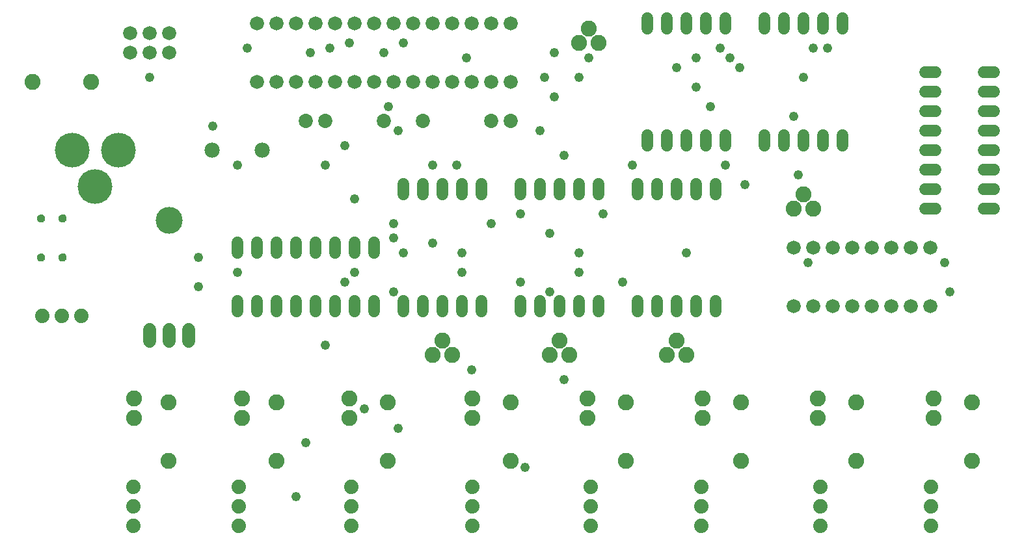
<source format=gts>
G75*
%MOIN*%
%OFA0B0*%
%FSLAX25Y25*%
%IPPOS*%
%LPD*%
%AMOC8*
5,1,8,0,0,1.08239X$1,22.5*
%
%ADD10C,0.06000*%
%ADD11C,0.17800*%
%ADD12C,0.08200*%
%ADD13C,0.06800*%
%ADD14C,0.13800*%
%ADD15C,0.07200*%
%ADD16C,0.00500*%
%ADD17C,0.07300*%
%ADD18C,0.07400*%
%ADD19C,0.07800*%
%ADD20C,0.04800*%
D10*
X0123791Y0129150D02*
X0123791Y0134350D01*
X0133791Y0134350D02*
X0133791Y0129150D01*
X0143791Y0129150D02*
X0143791Y0134350D01*
X0153791Y0134350D02*
X0153791Y0129150D01*
X0163791Y0129150D02*
X0163791Y0134350D01*
X0173791Y0134350D02*
X0173791Y0129150D01*
X0183791Y0129150D02*
X0183791Y0134350D01*
X0193791Y0134350D02*
X0193791Y0129150D01*
X0208791Y0129150D02*
X0208791Y0134350D01*
X0218791Y0134350D02*
X0218791Y0129150D01*
X0228791Y0129150D02*
X0228791Y0134350D01*
X0238791Y0134350D02*
X0238791Y0129150D01*
X0248791Y0129150D02*
X0248791Y0134350D01*
X0268791Y0134350D02*
X0268791Y0129150D01*
X0278791Y0129150D02*
X0278791Y0134350D01*
X0288791Y0134350D02*
X0288791Y0129150D01*
X0298791Y0129150D02*
X0298791Y0134350D01*
X0308791Y0134350D02*
X0308791Y0129150D01*
X0328791Y0129150D02*
X0328791Y0134350D01*
X0338791Y0134350D02*
X0338791Y0129150D01*
X0348791Y0129150D02*
X0348791Y0134350D01*
X0358791Y0134350D02*
X0358791Y0129150D01*
X0368791Y0129150D02*
X0368791Y0134350D01*
X0368791Y0189150D02*
X0368791Y0194350D01*
X0358791Y0194350D02*
X0358791Y0189150D01*
X0348791Y0189150D02*
X0348791Y0194350D01*
X0338791Y0194350D02*
X0338791Y0189150D01*
X0328791Y0189150D02*
X0328791Y0194350D01*
X0308791Y0194350D02*
X0308791Y0189150D01*
X0298791Y0189150D02*
X0298791Y0194350D01*
X0288791Y0194350D02*
X0288791Y0189150D01*
X0278791Y0189150D02*
X0278791Y0194350D01*
X0268791Y0194350D02*
X0268791Y0189150D01*
X0248791Y0189150D02*
X0248791Y0194350D01*
X0238791Y0194350D02*
X0238791Y0189150D01*
X0228791Y0189150D02*
X0228791Y0194350D01*
X0218791Y0194350D02*
X0218791Y0189150D01*
X0208791Y0189150D02*
X0208791Y0194350D01*
X0193791Y0164350D02*
X0193791Y0159150D01*
X0183791Y0159150D02*
X0183791Y0164350D01*
X0173791Y0164350D02*
X0173791Y0159150D01*
X0163791Y0159150D02*
X0163791Y0164350D01*
X0153791Y0164350D02*
X0153791Y0159150D01*
X0143791Y0159150D02*
X0143791Y0164350D01*
X0133791Y0164350D02*
X0133791Y0159150D01*
X0123791Y0159150D02*
X0123791Y0164350D01*
X0333791Y0214150D02*
X0333791Y0219350D01*
X0343791Y0219350D02*
X0343791Y0214150D01*
X0353791Y0214150D02*
X0353791Y0219350D01*
X0363791Y0219350D02*
X0363791Y0214150D01*
X0373791Y0214150D02*
X0373791Y0219350D01*
X0393791Y0219350D02*
X0393791Y0214150D01*
X0403791Y0214150D02*
X0403791Y0219350D01*
X0413791Y0219350D02*
X0413791Y0214150D01*
X0423791Y0214150D02*
X0423791Y0219350D01*
X0433791Y0219350D02*
X0433791Y0214150D01*
X0476191Y0211750D02*
X0481391Y0211750D01*
X0481391Y0221750D02*
X0476191Y0221750D01*
X0476191Y0231750D02*
X0481391Y0231750D01*
X0481391Y0241750D02*
X0476191Y0241750D01*
X0476191Y0251750D02*
X0481391Y0251750D01*
X0506191Y0251750D02*
X0511391Y0251750D01*
X0511391Y0241750D02*
X0506191Y0241750D01*
X0506191Y0231750D02*
X0511391Y0231750D01*
X0511391Y0221750D02*
X0506191Y0221750D01*
X0506191Y0211750D02*
X0511391Y0211750D01*
X0511391Y0201750D02*
X0506191Y0201750D01*
X0506191Y0191750D02*
X0511391Y0191750D01*
X0511391Y0181750D02*
X0506191Y0181750D01*
X0481391Y0181750D02*
X0476191Y0181750D01*
X0476191Y0191750D02*
X0481391Y0191750D01*
X0481391Y0201750D02*
X0476191Y0201750D01*
X0433791Y0274150D02*
X0433791Y0279350D01*
X0423791Y0279350D02*
X0423791Y0274150D01*
X0413791Y0274150D02*
X0413791Y0279350D01*
X0403791Y0279350D02*
X0403791Y0274150D01*
X0393791Y0274150D02*
X0393791Y0279350D01*
X0373791Y0279350D02*
X0373791Y0274150D01*
X0363791Y0274150D02*
X0363791Y0279350D01*
X0353791Y0279350D02*
X0353791Y0274150D01*
X0343791Y0274150D02*
X0343791Y0279350D01*
X0333791Y0279350D02*
X0333791Y0274150D01*
D11*
X0062728Y0211750D03*
X0039106Y0211750D03*
X0050917Y0193246D03*
D12*
X0048791Y0246750D03*
X0018791Y0246750D03*
X0228791Y0114250D03*
X0223791Y0106750D03*
X0233791Y0106750D03*
X0244145Y0084427D03*
X0244145Y0074427D03*
X0263830Y0082616D03*
X0303201Y0084427D03*
X0303201Y0074427D03*
X0322886Y0082616D03*
X0343791Y0106750D03*
X0353791Y0106750D03*
X0348791Y0114250D03*
X0362256Y0084427D03*
X0362256Y0074427D03*
X0381941Y0082616D03*
X0421311Y0084427D03*
X0421311Y0074427D03*
X0440996Y0082616D03*
X0480366Y0084427D03*
X0480366Y0074427D03*
X0500051Y0082616D03*
X0500051Y0052616D03*
X0440996Y0052616D03*
X0381941Y0052616D03*
X0322886Y0052616D03*
X0263830Y0052616D03*
X0200838Y0052616D03*
X0181153Y0074427D03*
X0181153Y0084427D03*
X0200838Y0082616D03*
X0143983Y0082616D03*
X0126035Y0084427D03*
X0126035Y0074427D03*
X0143983Y0052616D03*
X0088365Y0052616D03*
X0070917Y0074427D03*
X0088365Y0082616D03*
X0070917Y0084427D03*
X0283791Y0106750D03*
X0293791Y0106750D03*
X0288791Y0114250D03*
X0408791Y0181750D03*
X0418791Y0181750D03*
X0413791Y0189250D03*
X0308791Y0266750D03*
X0303791Y0274250D03*
X0298791Y0266750D03*
D13*
X0098791Y0119750D02*
X0098791Y0113750D01*
X0088791Y0113750D02*
X0088791Y0119750D01*
X0078791Y0119750D02*
X0078791Y0113750D01*
D14*
X0088791Y0175750D03*
D15*
X0133791Y0246750D03*
X0143791Y0246750D03*
X0153791Y0246750D03*
X0163791Y0246750D03*
X0173791Y0246750D03*
X0183791Y0246750D03*
X0193791Y0246750D03*
X0203791Y0246750D03*
X0213791Y0246750D03*
X0223791Y0246750D03*
X0233791Y0246750D03*
X0243791Y0246750D03*
X0253791Y0246750D03*
X0263791Y0246750D03*
X0263791Y0276750D03*
X0253791Y0276750D03*
X0243791Y0276750D03*
X0233791Y0276750D03*
X0223791Y0276750D03*
X0213791Y0276750D03*
X0203791Y0276750D03*
X0193791Y0276750D03*
X0183791Y0276750D03*
X0173791Y0276750D03*
X0163791Y0276750D03*
X0153791Y0276750D03*
X0143791Y0276750D03*
X0133791Y0276750D03*
X0088791Y0271750D03*
X0078791Y0271750D03*
X0068791Y0271750D03*
X0068791Y0261750D03*
X0078791Y0261750D03*
X0088791Y0261750D03*
X0408791Y0161750D03*
X0418791Y0161750D03*
X0428791Y0161750D03*
X0438791Y0161750D03*
X0448791Y0161750D03*
X0458791Y0161750D03*
X0468791Y0161750D03*
X0478791Y0161750D03*
X0478791Y0131750D03*
X0468791Y0131750D03*
X0458791Y0131750D03*
X0448791Y0131750D03*
X0438791Y0131750D03*
X0428791Y0131750D03*
X0418791Y0131750D03*
X0408791Y0131750D03*
D16*
X0036021Y0156730D02*
X0035974Y0156346D01*
X0035844Y0155983D01*
X0035636Y0155658D01*
X0035360Y0155387D01*
X0035031Y0155184D01*
X0034665Y0155060D01*
X0034281Y0155020D01*
X0033900Y0155054D01*
X0033535Y0155172D01*
X0033206Y0155368D01*
X0032929Y0155632D01*
X0032718Y0155952D01*
X0032583Y0156310D01*
X0032531Y0156690D01*
X0032566Y0157090D01*
X0032690Y0157473D01*
X0032895Y0157819D01*
X0033172Y0158110D01*
X0033507Y0158332D01*
X0033883Y0158475D01*
X0034281Y0158530D01*
X0034674Y0158478D01*
X0035046Y0158341D01*
X0035378Y0158125D01*
X0035654Y0157840D01*
X0035859Y0157501D01*
X0035983Y0157124D01*
X0036021Y0156730D01*
X0036017Y0156772D02*
X0032538Y0156772D01*
X0032597Y0156274D02*
X0035948Y0156274D01*
X0035711Y0155775D02*
X0032835Y0155775D01*
X0033359Y0155277D02*
X0035181Y0155277D01*
X0035935Y0157271D02*
X0032624Y0157271D01*
X0032865Y0157769D02*
X0035696Y0157769D01*
X0035159Y0158268D02*
X0033410Y0158268D01*
X0024963Y0157124D02*
X0025001Y0156730D01*
X0024954Y0156346D01*
X0024824Y0155983D01*
X0024615Y0155658D01*
X0024340Y0155387D01*
X0024011Y0155184D01*
X0023645Y0155060D01*
X0023261Y0155020D01*
X0022880Y0155054D01*
X0022515Y0155172D01*
X0022186Y0155368D01*
X0021909Y0155632D01*
X0021698Y0155952D01*
X0021563Y0156310D01*
X0021511Y0156690D01*
X0021546Y0157090D01*
X0021669Y0157473D01*
X0021875Y0157819D01*
X0022152Y0158110D01*
X0022487Y0158332D01*
X0022863Y0158475D01*
X0023261Y0158530D01*
X0023654Y0158478D01*
X0024026Y0158341D01*
X0024358Y0158125D01*
X0024633Y0157840D01*
X0024839Y0157501D01*
X0024963Y0157124D01*
X0024915Y0157271D02*
X0021604Y0157271D01*
X0021518Y0156772D02*
X0024997Y0156772D01*
X0024928Y0156274D02*
X0021577Y0156274D01*
X0021815Y0155775D02*
X0024691Y0155775D01*
X0024161Y0155277D02*
X0022339Y0155277D01*
X0021845Y0157769D02*
X0024676Y0157769D01*
X0024139Y0158268D02*
X0022389Y0158268D01*
X0023261Y0175020D02*
X0023645Y0175060D01*
X0024011Y0175184D01*
X0024340Y0175387D01*
X0024615Y0175658D01*
X0024824Y0175983D01*
X0024954Y0176346D01*
X0025001Y0176730D01*
X0024963Y0177124D01*
X0024839Y0177501D01*
X0024633Y0177840D01*
X0024358Y0178125D01*
X0024026Y0178341D01*
X0023654Y0178478D01*
X0023261Y0178530D01*
X0022863Y0178475D01*
X0022487Y0178332D01*
X0022152Y0178110D01*
X0021875Y0177819D01*
X0021669Y0177473D01*
X0021546Y0177090D01*
X0021511Y0176690D01*
X0021563Y0176310D01*
X0021698Y0175952D01*
X0021909Y0175632D01*
X0022186Y0175368D01*
X0022515Y0175172D01*
X0022880Y0175054D01*
X0023261Y0175020D01*
X0024065Y0175217D02*
X0022439Y0175217D01*
X0021854Y0175716D02*
X0024653Y0175716D01*
X0024907Y0176214D02*
X0021599Y0176214D01*
X0021513Y0176713D02*
X0024999Y0176713D01*
X0024935Y0177211D02*
X0021585Y0177211D01*
X0021810Y0177710D02*
X0024712Y0177710D01*
X0024230Y0178208D02*
X0022300Y0178208D01*
X0032566Y0177090D02*
X0032531Y0176690D01*
X0032583Y0176310D01*
X0032718Y0175952D01*
X0032929Y0175632D01*
X0033206Y0175368D01*
X0033535Y0175172D01*
X0033900Y0175054D01*
X0034281Y0175020D01*
X0034665Y0175060D01*
X0035031Y0175184D01*
X0035360Y0175387D01*
X0035636Y0175658D01*
X0035844Y0175983D01*
X0035974Y0176346D01*
X0036021Y0176730D01*
X0035983Y0177124D01*
X0035859Y0177501D01*
X0035654Y0177840D01*
X0035378Y0178125D01*
X0035046Y0178341D01*
X0034674Y0178478D01*
X0034281Y0178530D01*
X0033883Y0178475D01*
X0033507Y0178332D01*
X0033172Y0178110D01*
X0032895Y0177819D01*
X0032690Y0177473D01*
X0032566Y0177090D01*
X0032605Y0177211D02*
X0035955Y0177211D01*
X0036019Y0176713D02*
X0032533Y0176713D01*
X0032619Y0176214D02*
X0035927Y0176214D01*
X0035673Y0175716D02*
X0032874Y0175716D01*
X0033459Y0175217D02*
X0035085Y0175217D01*
X0035732Y0177710D02*
X0032830Y0177710D01*
X0033320Y0178208D02*
X0035250Y0178208D01*
D17*
X0158791Y0226750D03*
X0168791Y0226750D03*
X0198791Y0226750D03*
X0218791Y0226750D03*
X0253791Y0226750D03*
X0263791Y0226750D03*
D18*
X0070484Y0019191D03*
X0070484Y0029191D03*
X0070484Y0039191D03*
X0124421Y0039191D03*
X0124421Y0029191D03*
X0124421Y0019191D03*
X0182295Y0019191D03*
X0182295Y0029191D03*
X0182295Y0039191D03*
X0244106Y0039191D03*
X0244106Y0029191D03*
X0244106Y0019191D03*
X0304854Y0019191D03*
X0304854Y0029191D03*
X0304854Y0039191D03*
X0361665Y0039191D03*
X0361665Y0029191D03*
X0361665Y0019191D03*
X0422413Y0019191D03*
X0422413Y0029191D03*
X0422413Y0039191D03*
X0479224Y0039191D03*
X0479224Y0029191D03*
X0479224Y0019191D03*
X0043791Y0126750D03*
X0033791Y0126750D03*
X0023791Y0126750D03*
D19*
X0110996Y0211750D03*
X0136586Y0211750D03*
D20*
X0123791Y0204250D03*
X0111291Y0224250D03*
X0078791Y0249250D03*
X0128791Y0264250D03*
X0161291Y0261750D03*
X0171291Y0264250D03*
X0181291Y0266750D03*
X0198791Y0261750D03*
X0208791Y0266750D03*
X0241291Y0259250D03*
X0281291Y0249250D03*
X0286291Y0239250D03*
X0298791Y0249250D03*
X0303791Y0259250D03*
X0286291Y0261750D03*
X0348791Y0254250D03*
X0358791Y0259250D03*
X0371291Y0264250D03*
X0376291Y0259250D03*
X0381291Y0254250D03*
X0358791Y0244250D03*
X0366291Y0234250D03*
X0408791Y0229250D03*
X0413791Y0249250D03*
X0418791Y0264250D03*
X0426291Y0264250D03*
X0373791Y0204250D03*
X0383791Y0194250D03*
X0411291Y0199250D03*
X0353791Y0159250D03*
X0321291Y0144250D03*
X0298791Y0149250D03*
X0298791Y0159250D03*
X0283791Y0169250D03*
X0268791Y0179250D03*
X0253791Y0174250D03*
X0238791Y0159250D03*
X0238791Y0149250D03*
X0223791Y0164250D03*
X0208791Y0159250D03*
X0203791Y0166750D03*
X0203791Y0174250D03*
X0183791Y0186750D03*
X0168791Y0204250D03*
X0178791Y0214250D03*
X0206291Y0221750D03*
X0201291Y0234250D03*
X0223791Y0204250D03*
X0236291Y0204250D03*
X0278791Y0221750D03*
X0291291Y0209250D03*
X0326291Y0204250D03*
X0311291Y0179250D03*
X0268791Y0144250D03*
X0283791Y0139250D03*
X0243791Y0099250D03*
X0291291Y0094250D03*
X0271291Y0049250D03*
X0206291Y0069250D03*
X0188791Y0079250D03*
X0158791Y0061750D03*
X0153791Y0034250D03*
X0168791Y0111750D03*
X0203791Y0139250D03*
X0183791Y0149250D03*
X0178791Y0144250D03*
X0123791Y0149250D03*
X0103791Y0141750D03*
X0103791Y0156750D03*
X0416291Y0154250D03*
X0486291Y0154250D03*
X0488791Y0139250D03*
M02*

</source>
